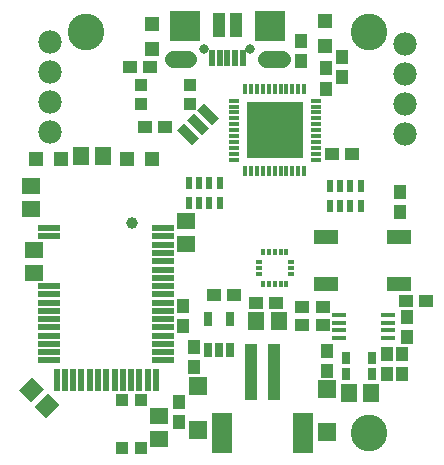
<source format=gbr>
G04 EAGLE Gerber X2 export*
%TF.Part,Single*%
%TF.FileFunction,Soldermask,Top,1*%
%TF.FilePolarity,Negative*%
%TF.GenerationSoftware,Autodesk,EAGLE,9.0.0*%
%TF.CreationDate,2018-04-30T04:21:51Z*%
G75*
%MOMM*%
%FSLAX34Y34*%
%LPD*%
%AMOC8*
5,1,8,0,0,1.08239X$1,22.5*%
G01*
%ADD10R,1.101600X1.201600*%
%ADD11R,1.401600X1.601600*%
%ADD12R,1.201600X1.101600*%
%ADD13R,1.301600X1.301600*%
%ADD14R,0.351600X0.901600*%
%ADD15R,0.901600X0.351600*%
%ADD16R,4.801600X4.801600*%
%ADD17R,1.001600X1.001600*%
%ADD18C,0.801600*%
%ADD19R,2.601600X2.601600*%
%ADD20C,1.409600*%
%ADD21R,1.101600X2.101600*%
%ADD22R,0.500000X1.450000*%
%ADD23R,1.101600X4.701600*%
%ADD24R,1.701600X3.501600*%
%ADD25R,1.501600X1.501600*%
%ADD26R,0.801600X1.801600*%
%ADD27R,2.101600X1.301600*%
%ADD28R,0.351600X0.601600*%
%ADD29R,0.601600X0.351600*%
%ADD30R,0.761600X1.001600*%
%ADD31R,0.551600X1.001600*%
%ADD32R,0.651600X1.301600*%
%ADD33R,1.301600X0.401600*%
%ADD34R,1.951600X0.551600*%
%ADD35R,0.551600X1.951600*%
%ADD36C,1.001600*%
%ADD37R,1.601600X1.401600*%
%ADD38C,1.981200*%
%ADD39C,3.101600*%


D10*
X96790Y158680D03*
X96790Y141680D03*
X62700Y172490D03*
X62700Y155490D03*
D11*
X102730Y-125770D03*
X121730Y-125770D03*
D12*
X-65120Y150540D03*
X-82120Y150540D03*
D13*
X-63500Y186440D03*
X-63500Y165440D03*
X82230Y188980D03*
X82230Y167980D03*
D14*
X65000Y131590D03*
X60000Y131590D03*
X55000Y131590D03*
X50000Y131590D03*
X45000Y131590D03*
X40000Y131590D03*
X35000Y131590D03*
X30000Y131590D03*
X25000Y131590D03*
X20000Y131590D03*
X15000Y131590D03*
D15*
X5250Y121840D03*
X5250Y116840D03*
X5250Y111840D03*
X5250Y106840D03*
X5250Y101840D03*
X5250Y96840D03*
X5250Y91840D03*
X5250Y86840D03*
X5250Y81840D03*
X5250Y76840D03*
X5250Y71840D03*
D14*
X15000Y62090D03*
X20000Y62090D03*
X25000Y62090D03*
X30000Y62090D03*
X35000Y62090D03*
X40000Y62090D03*
X45000Y62090D03*
X50000Y62090D03*
X55000Y62090D03*
X60000Y62090D03*
X65000Y62090D03*
D15*
X74750Y71840D03*
X74750Y76840D03*
X74750Y81840D03*
X74750Y86840D03*
X74750Y91840D03*
X74750Y96840D03*
X74750Y101840D03*
X74750Y106840D03*
X74750Y111840D03*
X74750Y116840D03*
X74750Y121840D03*
D16*
X40000Y96840D03*
D17*
X-73000Y118910D03*
X-73000Y134910D03*
X-32000Y134910D03*
X-32000Y118910D03*
D12*
X151200Y-47940D03*
X168200Y-47940D03*
X105650Y76360D03*
X88650Y76360D03*
D10*
X83620Y132080D03*
X83620Y149080D03*
D18*
X19500Y165780D03*
X-19500Y165780D03*
D19*
X-36000Y184780D03*
X36000Y184780D03*
D20*
X33000Y156780D02*
X46080Y156780D01*
X-33000Y156780D02*
X-46080Y156780D01*
D21*
X7500Y185780D03*
X-7500Y185780D03*
D22*
X13000Y158030D03*
X6500Y158030D03*
X0Y158030D03*
X-6500Y158030D03*
X-13000Y158030D03*
D23*
X39840Y-107620D03*
X19840Y-107620D03*
D24*
X63840Y-159620D03*
X-4160Y-159620D03*
D25*
X84450Y-159040D03*
X84450Y-122040D03*
X-24770Y-119810D03*
X-24770Y-156810D03*
D10*
X-41280Y-133420D03*
X-41280Y-150420D03*
D11*
X24630Y-64930D03*
X43630Y-64930D03*
D26*
G36*
X-24052Y89900D02*
X-29720Y84232D01*
X-42458Y96970D01*
X-36790Y102638D01*
X-24052Y89900D01*
G37*
G36*
X-15567Y98385D02*
X-21235Y92717D01*
X-33973Y105455D01*
X-28305Y111123D01*
X-15567Y98385D01*
G37*
G36*
X-7082Y106870D02*
X-12750Y101202D01*
X-25488Y113940D01*
X-19820Y119608D01*
X-7082Y106870D01*
G37*
D27*
X145100Y-33650D03*
X83100Y-33650D03*
X83100Y6350D03*
X145100Y6350D03*
D28*
X50000Y-6500D03*
X45000Y-6500D03*
X40000Y-6500D03*
X35000Y-6500D03*
X30000Y-6500D03*
D29*
X26500Y-15000D03*
X26500Y-20000D03*
X26500Y-25000D03*
D28*
X30000Y-33500D03*
X35000Y-33500D03*
X40000Y-33500D03*
X45000Y-33500D03*
X50000Y-33500D03*
D29*
X53500Y-25000D03*
X53500Y-20000D03*
X53500Y-15000D03*
D30*
X100330Y-109300D03*
X122230Y-109300D03*
X122230Y-95800D03*
X100330Y-95800D03*
D10*
X84610Y-107240D03*
X84610Y-90240D03*
X146050Y44220D03*
X146050Y27220D03*
D31*
X112690Y32460D03*
X112690Y49460D03*
X103690Y32460D03*
X95690Y32460D03*
X86690Y32460D03*
X86690Y49460D03*
X103690Y49460D03*
X95690Y49460D03*
X-32690Y51960D03*
X-32690Y34960D03*
X-23690Y51960D03*
X-15690Y51960D03*
X-6690Y51960D03*
X-6690Y34960D03*
X-23690Y34960D03*
X-15690Y34960D03*
D32*
X-16490Y-89041D03*
X-6990Y-89041D03*
X2510Y-89041D03*
X2510Y-63039D03*
X-16490Y-63039D03*
D12*
X-70100Y99300D03*
X-53100Y99300D03*
X23880Y-49370D03*
X40880Y-49370D03*
X-11680Y-43020D03*
X5320Y-43020D03*
D33*
X136370Y-59770D03*
X136370Y-66270D03*
X136370Y-72770D03*
X136370Y-79270D03*
X94120Y-79270D03*
X94120Y-72770D03*
X94120Y-66270D03*
X94120Y-59770D03*
D12*
X63570Y-68260D03*
X80570Y-68260D03*
X80570Y-53020D03*
X63570Y-53020D03*
D10*
X148110Y-92780D03*
X148110Y-109780D03*
X152080Y-61030D03*
X152080Y-78030D03*
X135410Y-92780D03*
X135410Y-109780D03*
D34*
X-150805Y13810D03*
X-150805Y6810D03*
X-150805Y-35190D03*
X-150805Y-42190D03*
X-150805Y-49190D03*
X-150805Y-56190D03*
X-150805Y-63190D03*
X-150805Y-70190D03*
X-150805Y-77190D03*
X-150805Y-84190D03*
X-150805Y-91190D03*
X-150805Y-98190D03*
D35*
X-144555Y-114440D03*
X-137555Y-114440D03*
X-130555Y-114440D03*
X-123555Y-114440D03*
X-116555Y-114440D03*
X-109555Y-114440D03*
X-102555Y-114440D03*
X-95555Y-114440D03*
X-88555Y-114440D03*
X-81555Y-114440D03*
X-74555Y-114440D03*
X-67555Y-114440D03*
X-60555Y-114440D03*
D34*
X-54305Y-98190D03*
X-54305Y-91190D03*
X-54305Y-84190D03*
X-54305Y-77190D03*
X-54305Y-70190D03*
X-54305Y-63190D03*
X-54305Y-56190D03*
X-54305Y-49190D03*
X-54305Y-42190D03*
X-54305Y-35190D03*
X-54305Y-28190D03*
X-54305Y-21190D03*
X-54305Y-14190D03*
X-54305Y-7190D03*
X-54305Y-190D03*
X-54305Y6810D03*
X-54305Y13810D03*
D36*
X-80555Y18310D03*
D13*
X-140665Y72605D03*
X-161665Y72605D03*
X-84755Y72605D03*
X-63755Y72605D03*
D37*
X-166490Y30485D03*
X-166490Y49485D03*
X-35000Y650D03*
X-35000Y19650D03*
X-163925Y-23705D03*
X-163925Y-4705D03*
D11*
X-105070Y75150D03*
X-124070Y75150D03*
G36*
X-166670Y-133749D02*
X-176580Y-123839D01*
X-165256Y-112515D01*
X-155346Y-122425D01*
X-166670Y-133749D01*
G37*
G36*
X-153234Y-147185D02*
X-163144Y-137275D01*
X-151820Y-125951D01*
X-141910Y-135861D01*
X-153234Y-147185D01*
G37*
D37*
X-58030Y-164350D03*
X-58030Y-145350D03*
D10*
X-37265Y-68910D03*
X-37265Y-51910D03*
X-28195Y-87075D03*
X-28195Y-104075D03*
D17*
X-73390Y-172285D03*
X-89390Y-172285D03*
X-89390Y-131285D03*
X-73390Y-131285D03*
D38*
X150000Y170000D03*
X150000Y144600D03*
X150000Y119200D03*
X150000Y93800D03*
X-150000Y95000D03*
X-150000Y120400D03*
X-150000Y145800D03*
X-150000Y171200D03*
D39*
X-120000Y180000D03*
X120000Y180000D03*
X120000Y-160000D03*
M02*

</source>
